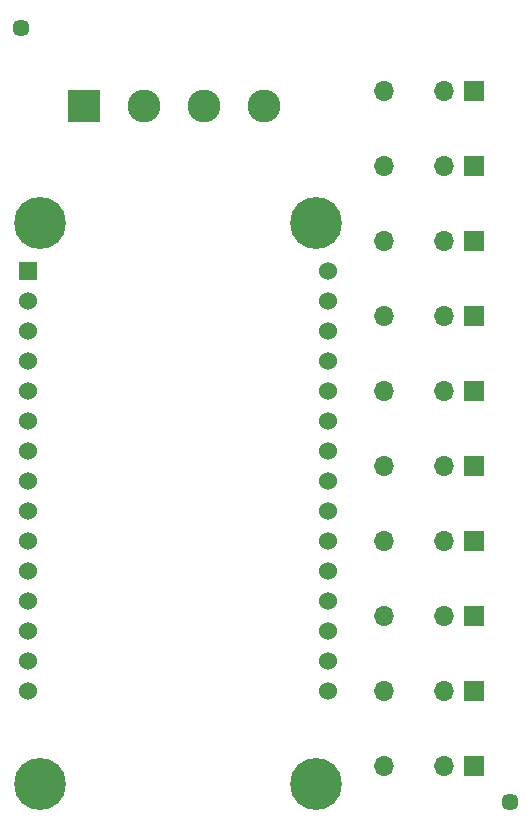
<source format=gbr>
%TF.GenerationSoftware,KiCad,Pcbnew,(5.1.9)-1*%
%TF.CreationDate,2021-06-13T18:55:59+01:00*%
%TF.ProjectId,Controller,436f6e74-726f-46c6-9c65-722e6b696361,rev?*%
%TF.SameCoordinates,Original*%
%TF.FileFunction,Soldermask,Bot*%
%TF.FilePolarity,Negative*%
%FSLAX46Y46*%
G04 Gerber Fmt 4.6, Leading zero omitted, Abs format (unit mm)*
G04 Created by KiCad (PCBNEW (5.1.9)-1) date 2021-06-13 18:55:59*
%MOMM*%
%LPD*%
G01*
G04 APERTURE LIST*
%ADD10R,2.780000X2.780000*%
%ADD11C,2.780000*%
%ADD12O,1.700000X1.700000*%
%ADD13R,1.700000X1.700000*%
%ADD14C,1.448000*%
%ADD15C,1.524000*%
%ADD16R,1.524000X1.524000*%
%ADD17C,4.400000*%
G04 APERTURE END LIST*
D10*
%TO.C,J11*%
X149860000Y-86360000D03*
D11*
X154940000Y-86360000D03*
X160020000Y-86360000D03*
X165100000Y-86360000D03*
%TD*%
D12*
%TO.C,J5*%
X175260000Y-116840000D03*
X180340000Y-116840000D03*
D13*
X182880000Y-116840000D03*
%TD*%
D14*
%TO.C,H6*%
X185928000Y-145288000D03*
%TD*%
%TO.C,H5*%
X144526000Y-79756000D03*
%TD*%
D15*
%TO.C,U1*%
X170487065Y-100330000D03*
X170487065Y-102870000D03*
X170487065Y-105410000D03*
X170487065Y-107950000D03*
X170487065Y-110490000D03*
X170487065Y-113030000D03*
X170487065Y-115570000D03*
X170487065Y-118110000D03*
X170487065Y-120650000D03*
X170487065Y-123190000D03*
X170487065Y-125730000D03*
X170487065Y-128270000D03*
X170487065Y-130810000D03*
X170487065Y-133350000D03*
X170487065Y-135890000D03*
X145087065Y-135890000D03*
X145087065Y-133350000D03*
X145087065Y-130810000D03*
X145087065Y-128270000D03*
X145087065Y-125730000D03*
X145087065Y-123190000D03*
X145087065Y-120650000D03*
X145087065Y-118110000D03*
X145087065Y-115570000D03*
X145087065Y-113030000D03*
X145087065Y-110490000D03*
X145087065Y-107950000D03*
X145087065Y-105410000D03*
X145087065Y-102870000D03*
D16*
X145087065Y-100330000D03*
%TD*%
D12*
%TO.C,J10*%
X175260000Y-85090000D03*
X180340000Y-85090000D03*
D13*
X182880000Y-85090000D03*
%TD*%
D12*
%TO.C,J9*%
X175260000Y-91440000D03*
X180340000Y-91440000D03*
D13*
X182880000Y-91440000D03*
%TD*%
D12*
%TO.C,J6*%
X175260000Y-110490000D03*
X180340000Y-110490000D03*
D13*
X182880000Y-110490000D03*
%TD*%
D17*
%TO.C,H1*%
X146075400Y-96291400D03*
%TD*%
D12*
%TO.C,J4*%
X175260000Y-123190000D03*
X180340000Y-123190000D03*
D13*
X182880000Y-123190000D03*
%TD*%
D12*
%TO.C,J3*%
X175260000Y-129540000D03*
X180340000Y-129540000D03*
D13*
X182880000Y-129540000D03*
%TD*%
D17*
%TO.C,H2*%
X169468800Y-96291400D03*
%TD*%
D12*
%TO.C,J8*%
X175260000Y-97790000D03*
X180340000Y-97790000D03*
D13*
X182880000Y-97790000D03*
%TD*%
D12*
%TO.C,J7*%
X175260000Y-104140000D03*
X180340000Y-104140000D03*
D13*
X182880000Y-104140000D03*
%TD*%
D17*
%TO.C,H3*%
X146075400Y-143764000D03*
%TD*%
D12*
%TO.C,J2*%
X175260000Y-135890000D03*
X180340000Y-135890000D03*
D13*
X182880000Y-135890000D03*
%TD*%
D12*
%TO.C,J1*%
X175260000Y-142240000D03*
X180340000Y-142240000D03*
D13*
X182880000Y-142240000D03*
%TD*%
D17*
%TO.C,H4*%
X169494200Y-143789400D03*
%TD*%
M02*

</source>
